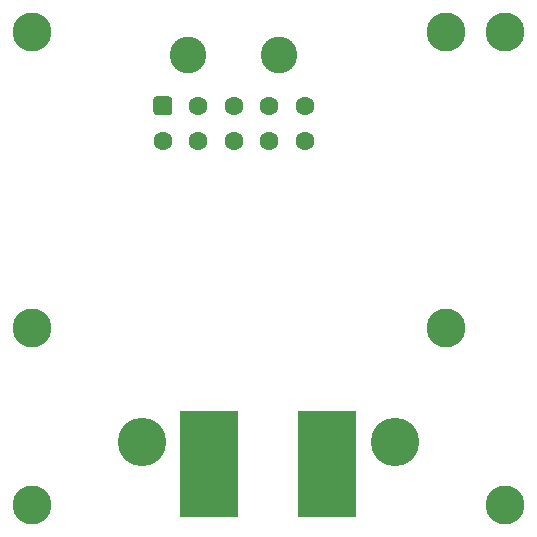
<source format=gbr>
G04 #@! TF.GenerationSoftware,KiCad,Pcbnew,(5.1.6)-1*
G04 #@! TF.CreationDate,2021-06-25T13:56:25+10:00*
G04 #@! TF.ProjectId,Fan Controller,46616e20-436f-46e7-9472-6f6c6c65722e,rev?*
G04 #@! TF.SameCoordinates,Original*
G04 #@! TF.FileFunction,Soldermask,Bot*
G04 #@! TF.FilePolarity,Negative*
%FSLAX46Y46*%
G04 Gerber Fmt 4.6, Leading zero omitted, Abs format (unit mm)*
G04 Created by KiCad (PCBNEW (5.1.6)-1) date 2021-06-25 13:56:25*
%MOMM*%
%LPD*%
G01*
G04 APERTURE LIST*
%ADD10C,1.600000*%
%ADD11C,3.100000*%
%ADD12C,3.300000*%
%ADD13C,4.100000*%
%ADD14R,4.900000X4.600000*%
G04 APERTURE END LIST*
D10*
X138365000Y-91011000D03*
X135365000Y-91011000D03*
X132365000Y-91011000D03*
X129365000Y-91011000D03*
X126365000Y-91011000D03*
X138365000Y-88011000D03*
X135365000Y-88011000D03*
X132365000Y-88011000D03*
X129365000Y-88011000D03*
G36*
G01*
X125565000Y-88544333D02*
X125565000Y-87477667D01*
G75*
G02*
X125831667Y-87211000I266667J0D01*
G01*
X126898333Y-87211000D01*
G75*
G02*
X127165000Y-87477667I0J-266667D01*
G01*
X127165000Y-88544333D01*
G75*
G02*
X126898333Y-88811000I-266667J0D01*
G01*
X125831667Y-88811000D01*
G75*
G02*
X125565000Y-88544333I0J266667D01*
G01*
G37*
D11*
X136225000Y-83691000D03*
X128525000Y-83691000D03*
D12*
X150316000Y-106788000D03*
X150316000Y-81788000D03*
X115316000Y-106788000D03*
X115316000Y-121788000D03*
X155316000Y-121788000D03*
X155316000Y-81788000D03*
X115316000Y-81788000D03*
D13*
X146032000Y-116473000D03*
X124572000Y-116473000D03*
D14*
X140302000Y-116123000D03*
X130302000Y-116123000D03*
X140302000Y-120523000D03*
X130302000Y-120523000D03*
M02*

</source>
